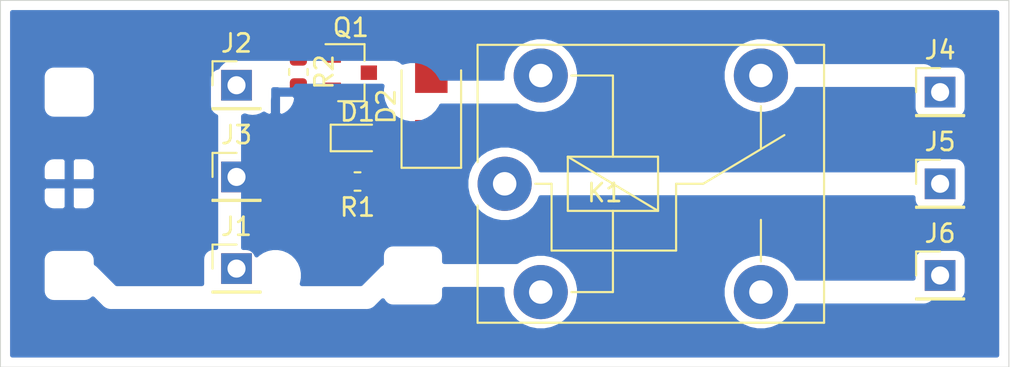
<source format=kicad_pcb>
(kicad_pcb (version 20171130) (host pcbnew 5.1.12-84ad8e8a86~92~ubuntu20.04.1)

  (general
    (thickness 1.6)
    (drawings 4)
    (tracks 0)
    (zones 0)
    (modules 12)
    (nets 10)
  )

  (page A4)
  (layers
    (0 F.Cu signal)
    (31 B.Cu signal)
    (32 B.Adhes user)
    (33 F.Adhes user)
    (34 B.Paste user)
    (35 F.Paste user)
    (36 B.SilkS user)
    (37 F.SilkS user)
    (38 B.Mask user)
    (39 F.Mask user)
    (40 Dwgs.User user)
    (41 Cmts.User user)
    (42 Eco1.User user)
    (43 Eco2.User user)
    (44 Edge.Cuts user)
    (45 Margin user)
    (46 B.CrtYd user)
    (47 F.CrtYd user)
    (48 B.Fab user)
    (49 F.Fab user)
  )

  (setup
    (last_trace_width 0.25)
    (trace_clearance 0.2)
    (zone_clearance 0.508)
    (zone_45_only no)
    (trace_min 0.2)
    (via_size 0.8)
    (via_drill 0.4)
    (via_min_size 0.4)
    (via_min_drill 0.3)
    (uvia_size 0.3)
    (uvia_drill 0.1)
    (uvias_allowed no)
    (uvia_min_size 0.2)
    (uvia_min_drill 0.1)
    (edge_width 0.05)
    (segment_width 0.2)
    (pcb_text_width 0.3)
    (pcb_text_size 1.5 1.5)
    (mod_edge_width 0.12)
    (mod_text_size 1 1)
    (mod_text_width 0.15)
    (pad_size 1.524 1.524)
    (pad_drill 0.762)
    (pad_to_mask_clearance 0.051)
    (solder_mask_min_width 0.25)
    (aux_axis_origin 0 0)
    (visible_elements FFFFFF7F)
    (pcbplotparams
      (layerselection 0x010fc_ffffffff)
      (usegerberextensions false)
      (usegerberattributes false)
      (usegerberadvancedattributes false)
      (creategerberjobfile false)
      (excludeedgelayer true)
      (linewidth 0.100000)
      (plotframeref false)
      (viasonmask false)
      (mode 1)
      (useauxorigin false)
      (hpglpennumber 1)
      (hpglpenspeed 20)
      (hpglpendiameter 15.000000)
      (psnegative false)
      (psa4output false)
      (plotreference true)
      (plotvalue true)
      (plotinvisibletext false)
      (padsonsilk false)
      (subtractmaskfromsilk false)
      (outputformat 1)
      (mirror false)
      (drillshape 1)
      (scaleselection 1)
      (outputdirectory ""))
  )

  (net 0 "")
  (net 1 "Net-(D1-Pad2)")
  (net 2 "Net-(D1-Pad1)")
  (net 3 VIN)
  (net 4 CNTL)
  (net 5 GND)
  (net 6 NC)
  (net 7 COM)
  (net 8 NO)
  (net 9 "Net-(Q1-Pad1)")

  (net_class Default "Это класс цепей по умолчанию."
    (clearance 0.2)
    (trace_width 0.25)
    (via_dia 0.8)
    (via_drill 0.4)
    (uvia_dia 0.3)
    (uvia_drill 0.1)
    (add_net CNTL)
    (add_net COM)
    (add_net GND)
    (add_net NC)
    (add_net NO)
    (add_net "Net-(D1-Pad1)")
    (add_net "Net-(D1-Pad2)")
    (add_net "Net-(Q1-Pad1)")
    (add_net VIN)
  )

  (module Package_TO_SOT_SMD:SOT-23 (layer F.Cu) (tedit 5A02FF57) (tstamp 61C07207)
    (at 113.395 76.393)
    (descr "SOT-23, Standard")
    (tags SOT-23)
    (path /61C0DAC3)
    (attr smd)
    (fp_text reference Q1 (at 0 -2.5) (layer F.SilkS)
      (effects (font (size 1 1) (thickness 0.15)))
    )
    (fp_text value BC817 (at 0 2.5) (layer F.Fab)
      (effects (font (size 1 1) (thickness 0.15)))
    )
    (fp_text user %R (at 0 0 180) (layer F.Fab)
      (effects (font (size 0.5 0.5) (thickness 0.075)))
    )
    (fp_line (start -0.7 -0.95) (end -0.7 1.5) (layer F.Fab) (width 0.1))
    (fp_line (start -0.15 -1.52) (end 0.7 -1.52) (layer F.Fab) (width 0.1))
    (fp_line (start -0.7 -0.95) (end -0.15 -1.52) (layer F.Fab) (width 0.1))
    (fp_line (start 0.7 -1.52) (end 0.7 1.52) (layer F.Fab) (width 0.1))
    (fp_line (start -0.7 1.52) (end 0.7 1.52) (layer F.Fab) (width 0.1))
    (fp_line (start 0.76 1.58) (end 0.76 0.65) (layer F.SilkS) (width 0.12))
    (fp_line (start 0.76 -1.58) (end 0.76 -0.65) (layer F.SilkS) (width 0.12))
    (fp_line (start -1.7 -1.75) (end 1.7 -1.75) (layer F.CrtYd) (width 0.05))
    (fp_line (start 1.7 -1.75) (end 1.7 1.75) (layer F.CrtYd) (width 0.05))
    (fp_line (start 1.7 1.75) (end -1.7 1.75) (layer F.CrtYd) (width 0.05))
    (fp_line (start -1.7 1.75) (end -1.7 -1.75) (layer F.CrtYd) (width 0.05))
    (fp_line (start 0.76 -1.58) (end -1.4 -1.58) (layer F.SilkS) (width 0.12))
    (fp_line (start 0.76 1.58) (end -0.7 1.58) (layer F.SilkS) (width 0.12))
    (pad 3 smd rect (at 1 0) (size 0.9 0.8) (layers F.Cu F.Paste F.Mask)
      (net 2 "Net-(D1-Pad1)"))
    (pad 2 smd rect (at -1 0.95) (size 0.9 0.8) (layers F.Cu F.Paste F.Mask)
      (net 5 GND))
    (pad 1 smd rect (at -1 -0.95) (size 0.9 0.8) (layers F.Cu F.Paste F.Mask)
      (net 9 "Net-(Q1-Pad1)"))
    (model ${KISYS3DMOD}/Package_TO_SOT_SMD.3dshapes/SOT-23.wrl
      (at (xyz 0 0 0))
      (scale (xyz 1 1 1))
      (rotate (xyz 0 0 0))
    )
  )

  (module Diode_SMD:D_SMA (layer F.Cu) (tedit 586432E5) (tstamp 61C0712C)
    (at 117.856 78.264 90)
    (descr "Diode SMA (DO-214AC)")
    (tags "Diode SMA (DO-214AC)")
    (path /5E6710D9)
    (attr smd)
    (fp_text reference D2 (at 0 -2.5 90) (layer F.SilkS)
      (effects (font (size 1 1) (thickness 0.15)))
    )
    (fp_text value SMA4007 (at 0 2.6 90) (layer F.Fab)
      (effects (font (size 1 1) (thickness 0.15)))
    )
    (fp_text user %R (at 0 -2.5 90) (layer F.Fab)
      (effects (font (size 1 1) (thickness 0.15)))
    )
    (fp_line (start -3.4 -1.65) (end -3.4 1.65) (layer F.SilkS) (width 0.12))
    (fp_line (start 2.3 1.5) (end -2.3 1.5) (layer F.Fab) (width 0.1))
    (fp_line (start -2.3 1.5) (end -2.3 -1.5) (layer F.Fab) (width 0.1))
    (fp_line (start 2.3 -1.5) (end 2.3 1.5) (layer F.Fab) (width 0.1))
    (fp_line (start 2.3 -1.5) (end -2.3 -1.5) (layer F.Fab) (width 0.1))
    (fp_line (start -3.5 -1.75) (end 3.5 -1.75) (layer F.CrtYd) (width 0.05))
    (fp_line (start 3.5 -1.75) (end 3.5 1.75) (layer F.CrtYd) (width 0.05))
    (fp_line (start 3.5 1.75) (end -3.5 1.75) (layer F.CrtYd) (width 0.05))
    (fp_line (start -3.5 1.75) (end -3.5 -1.75) (layer F.CrtYd) (width 0.05))
    (fp_line (start -0.64944 0.00102) (end -1.55114 0.00102) (layer F.Fab) (width 0.1))
    (fp_line (start 0.50118 0.00102) (end 1.4994 0.00102) (layer F.Fab) (width 0.1))
    (fp_line (start -0.64944 -0.79908) (end -0.64944 0.80112) (layer F.Fab) (width 0.1))
    (fp_line (start 0.50118 0.75032) (end 0.50118 -0.79908) (layer F.Fab) (width 0.1))
    (fp_line (start -0.64944 0.00102) (end 0.50118 0.75032) (layer F.Fab) (width 0.1))
    (fp_line (start -0.64944 0.00102) (end 0.50118 -0.79908) (layer F.Fab) (width 0.1))
    (fp_line (start -3.4 1.65) (end 2 1.65) (layer F.SilkS) (width 0.12))
    (fp_line (start -3.4 -1.65) (end 2 -1.65) (layer F.SilkS) (width 0.12))
    (pad 2 smd rect (at 2 0 90) (size 2.5 1.8) (layers F.Cu F.Paste F.Mask)
      (net 2 "Net-(D1-Pad1)"))
    (pad 1 smd rect (at -2 0 90) (size 2.5 1.8) (layers F.Cu F.Paste F.Mask)
      (net 3 VIN))
    (model ${KISYS3DMOD}/Diode_SMD.3dshapes/D_SMA.wrl
      (at (xyz 0 0 0))
      (scale (xyz 1 1 1))
      (rotate (xyz 0 0 0))
    )
  )

  (module LED_SMD:LED_0603_1608Metric (layer F.Cu) (tedit 5F68FEF1) (tstamp 61C0730A)
    (at 113.7665 80.01)
    (descr "LED SMD 0603 (1608 Metric), square (rectangular) end terminal, IPC_7351 nominal, (Body size source: http://www.tortai-tech.com/upload/download/2011102023233369053.pdf), generated with kicad-footprint-generator")
    (tags LED)
    (path /5E671D0F)
    (attr smd)
    (fp_text reference D1 (at 0 -1.43) (layer F.SilkS)
      (effects (font (size 1 1) (thickness 0.15)))
    )
    (fp_text value LED (at 0 1.43) (layer F.Fab)
      (effects (font (size 1 1) (thickness 0.15)))
    )
    (fp_text user %R (at 0 0) (layer F.Fab)
      (effects (font (size 0.4 0.4) (thickness 0.06)))
    )
    (fp_line (start 0.8 -0.4) (end -0.5 -0.4) (layer F.Fab) (width 0.1))
    (fp_line (start -0.5 -0.4) (end -0.8 -0.1) (layer F.Fab) (width 0.1))
    (fp_line (start -0.8 -0.1) (end -0.8 0.4) (layer F.Fab) (width 0.1))
    (fp_line (start -0.8 0.4) (end 0.8 0.4) (layer F.Fab) (width 0.1))
    (fp_line (start 0.8 0.4) (end 0.8 -0.4) (layer F.Fab) (width 0.1))
    (fp_line (start 0.8 -0.735) (end -1.485 -0.735) (layer F.SilkS) (width 0.12))
    (fp_line (start -1.485 -0.735) (end -1.485 0.735) (layer F.SilkS) (width 0.12))
    (fp_line (start -1.485 0.735) (end 0.8 0.735) (layer F.SilkS) (width 0.12))
    (fp_line (start -1.48 0.73) (end -1.48 -0.73) (layer F.CrtYd) (width 0.05))
    (fp_line (start -1.48 -0.73) (end 1.48 -0.73) (layer F.CrtYd) (width 0.05))
    (fp_line (start 1.48 -0.73) (end 1.48 0.73) (layer F.CrtYd) (width 0.05))
    (fp_line (start 1.48 0.73) (end -1.48 0.73) (layer F.CrtYd) (width 0.05))
    (pad 2 smd roundrect (at 0.7875 0) (size 0.875 0.95) (layers F.Cu F.Paste F.Mask) (roundrect_rratio 0.25)
      (net 1 "Net-(D1-Pad2)"))
    (pad 1 smd roundrect (at -0.7875 0) (size 0.875 0.95) (layers F.Cu F.Paste F.Mask) (roundrect_rratio 0.25)
      (net 2 "Net-(D1-Pad1)"))
    (model ${KISYS3DMOD}/LED_SMD.3dshapes/LED_0603_1608Metric.wrl
      (at (xyz 0 0 0))
      (scale (xyz 1 1 1))
      (rotate (xyz 0 0 0))
    )
  )

  (module Relay_THT:Relay_SPDT_Finder_36.11 (layer F.Cu) (tedit 5D3F5A07) (tstamp 5E66446D)
    (at 121.92 82.55)
    (descr "FINDER 36.11, SPDT relay, 10A, https://gfinder.findernet.com/public/attachments/36/EN/S36EN.pdf")
    (tags "spdt relay")
    (path /5E6F7807)
    (fp_text reference K1 (at 5.55 0.5) (layer F.SilkS)
      (effects (font (size 1 1) (thickness 0.15)))
    )
    (fp_text value FINDER-34.51.7xxx.x019 (at 8.75 2.2) (layer F.Fab)
      (effects (font (size 1 1) (thickness 0.15)))
    )
    (fp_line (start -1.5 1.2) (end -1.5 7.7) (layer F.SilkS) (width 0.12))
    (fp_line (start -1.5 -7.7) (end -1.5 -1.2) (layer F.SilkS) (width 0.12))
    (fp_line (start -1.5 -7.7) (end 17.7 -7.7) (layer F.SilkS) (width 0.12))
    (fp_line (start 17.7 -7.7) (end 17.7 7.7) (layer F.SilkS) (width 0.12))
    (fp_line (start 17.7 7.7) (end -1.5 7.7) (layer F.SilkS) (width 0.12))
    (fp_line (start -1.4 -7.6) (end 17.6 -7.6) (layer F.Fab) (width 0.1))
    (fp_line (start 17.6 -7.6) (end 17.6 7.6) (layer F.Fab) (width 0.1))
    (fp_line (start 17.6 7.6) (end -1.4 7.6) (layer F.Fab) (width 0.1))
    (fp_line (start -1.4 7.6) (end -1.4 -7.6) (layer F.Fab) (width 0.1))
    (fp_line (start 17.85 -7.85) (end -1.75 -7.85) (layer F.CrtYd) (width 0.05))
    (fp_line (start -1.75 7.85) (end -1.75 -7.85) (layer F.CrtYd) (width 0.05))
    (fp_line (start 17.85 -7.85) (end 17.85 7.85) (layer F.CrtYd) (width 0.05))
    (fp_line (start -1.75 7.85) (end 17.85 7.85) (layer F.CrtYd) (width 0.05))
    (fp_line (start 14.2 4.3) (end 14.2 2) (layer F.SilkS) (width 0.12))
    (fp_line (start 14.2 -4.3) (end 14.2 -2) (layer F.SilkS) (width 0.12))
    (fp_line (start 3.7 6) (end 6 6) (layer F.SilkS) (width 0.12))
    (fp_line (start 2.6 0) (end 1.7 0) (layer F.SilkS) (width 0.12))
    (fp_line (start 6 -6) (end 3.7 -6) (layer F.SilkS) (width 0.12))
    (fp_line (start 9.5 0) (end 11 0) (layer F.SilkS) (width 0.12))
    (fp_line (start 11 0) (end 15.5 -2.7) (layer F.SilkS) (width 0.12))
    (fp_line (start 9.5 3.7) (end 2.6 3.7) (layer F.SilkS) (width 0.12))
    (fp_line (start 9.5 0) (end 9.5 3.7) (layer F.SilkS) (width 0.12))
    (fp_line (start 2.6 0) (end 2.6 3.7) (layer F.SilkS) (width 0.12))
    (fp_line (start 6 -6) (end 6 -1.5) (layer F.SilkS) (width 0.12))
    (fp_line (start 6 1.5) (end 6 6) (layer F.SilkS) (width 0.12))
    (fp_line (start 8.5 1.5) (end 3.5 -1.5) (layer F.SilkS) (width 0.12))
    (fp_line (start 3.5 1.5) (end 3.5 -1.5) (layer F.SilkS) (width 0.12))
    (fp_line (start 3.5 -1.5) (end 8.5 -1.5) (layer F.SilkS) (width 0.12))
    (fp_line (start 8.5 -1.5) (end 8.5 1.5) (layer F.SilkS) (width 0.12))
    (fp_line (start 8.5 1.5) (end 3.5 1.5) (layer F.SilkS) (width 0.12))
    (fp_text user %R (at 9.85 -7.4) (layer F.Fab)
      (effects (font (size 1 1) (thickness 0.15)))
    )
    (pad 11 thru_hole circle (at 0 0) (size 3 3) (drill 1.3) (layers *.Cu *.Mask)
      (net 7 COM))
    (pad A2 thru_hole circle (at 2 -6) (size 3 3) (drill 1.3) (layers *.Cu *.Mask)
      (net 2 "Net-(D1-Pad1)"))
    (pad 12 thru_hole circle (at 14.2 -6) (size 3 3) (drill 1.3) (layers *.Cu *.Mask)
      (net 6 NC))
    (pad 14 thru_hole circle (at 14.2 6) (size 3 3) (drill 1.3) (layers *.Cu *.Mask)
      (net 8 NO))
    (pad A1 thru_hole circle (at 2 6) (size 3 3) (drill 1.3) (layers *.Cu *.Mask)
      (net 3 VIN))
    (model ${KISYS3DMOD}/Relay_THT.3dshapes/Relay_SPDT_Finder_36.11.wrl
      (at (xyz 0 0 0))
      (scale (xyz 1 1 1))
      (rotate (xyz 0 0 0))
    )
  )

  (module Resistor_SMD:R_0603_1608Metric (layer F.Cu) (tedit 5B301BBD) (tstamp 5E6644A1)
    (at 110.49 76.3525 270)
    (descr "Resistor SMD 0603 (1608 Metric), square (rectangular) end terminal, IPC_7351 nominal, (Body size source: http://www.tortai-tech.com/upload/download/2011102023233369053.pdf), generated with kicad-footprint-generator")
    (tags resistor)
    (path /5E674744)
    (attr smd)
    (fp_text reference R2 (at 0 -1.43 90) (layer F.SilkS)
      (effects (font (size 1 1) (thickness 0.15)))
    )
    (fp_text value 1k (at 0 1.43 90) (layer F.Fab)
      (effects (font (size 1 1) (thickness 0.15)))
    )
    (fp_line (start -0.8 0.4) (end -0.8 -0.4) (layer F.Fab) (width 0.1))
    (fp_line (start -0.8 -0.4) (end 0.8 -0.4) (layer F.Fab) (width 0.1))
    (fp_line (start 0.8 -0.4) (end 0.8 0.4) (layer F.Fab) (width 0.1))
    (fp_line (start 0.8 0.4) (end -0.8 0.4) (layer F.Fab) (width 0.1))
    (fp_line (start -0.162779 -0.51) (end 0.162779 -0.51) (layer F.SilkS) (width 0.12))
    (fp_line (start -0.162779 0.51) (end 0.162779 0.51) (layer F.SilkS) (width 0.12))
    (fp_line (start -1.48 0.73) (end -1.48 -0.73) (layer F.CrtYd) (width 0.05))
    (fp_line (start -1.48 -0.73) (end 1.48 -0.73) (layer F.CrtYd) (width 0.05))
    (fp_line (start 1.48 -0.73) (end 1.48 0.73) (layer F.CrtYd) (width 0.05))
    (fp_line (start 1.48 0.73) (end -1.48 0.73) (layer F.CrtYd) (width 0.05))
    (fp_text user %R (at 0 0 90) (layer F.Fab)
      (effects (font (size 0.4 0.4) (thickness 0.06)))
    )
    (pad 2 smd roundrect (at 0.7875 0 270) (size 0.875 0.95) (layers F.Cu F.Paste F.Mask) (roundrect_rratio 0.25)
      (net 4 CNTL))
    (pad 1 smd roundrect (at -0.7875 0 270) (size 0.875 0.95) (layers F.Cu F.Paste F.Mask) (roundrect_rratio 0.25)
      (net 9 "Net-(Q1-Pad1)"))
    (model ${KISYS3DMOD}/Resistor_SMD.3dshapes/R_0603_1608Metric.wrl
      (at (xyz 0 0 0))
      (scale (xyz 1 1 1))
      (rotate (xyz 0 0 0))
    )
  )

  (module Resistor_SMD:R_0603_1608Metric (layer F.Cu) (tedit 5B301BBD) (tstamp 61C07505)
    (at 113.7665 82.423 180)
    (descr "Resistor SMD 0603 (1608 Metric), square (rectangular) end terminal, IPC_7351 nominal, (Body size source: http://www.tortai-tech.com/upload/download/2011102023233369053.pdf), generated with kicad-footprint-generator")
    (tags resistor)
    (path /5E671853)
    (attr smd)
    (fp_text reference R1 (at 0 -1.43) (layer F.SilkS)
      (effects (font (size 1 1) (thickness 0.15)))
    )
    (fp_text value 300 (at 0 1.43) (layer F.Fab)
      (effects (font (size 1 1) (thickness 0.15)))
    )
    (fp_line (start -0.8 0.4) (end -0.8 -0.4) (layer F.Fab) (width 0.1))
    (fp_line (start -0.8 -0.4) (end 0.8 -0.4) (layer F.Fab) (width 0.1))
    (fp_line (start 0.8 -0.4) (end 0.8 0.4) (layer F.Fab) (width 0.1))
    (fp_line (start 0.8 0.4) (end -0.8 0.4) (layer F.Fab) (width 0.1))
    (fp_line (start -0.162779 -0.51) (end 0.162779 -0.51) (layer F.SilkS) (width 0.12))
    (fp_line (start -0.162779 0.51) (end 0.162779 0.51) (layer F.SilkS) (width 0.12))
    (fp_line (start -1.48 0.73) (end -1.48 -0.73) (layer F.CrtYd) (width 0.05))
    (fp_line (start -1.48 -0.73) (end 1.48 -0.73) (layer F.CrtYd) (width 0.05))
    (fp_line (start 1.48 -0.73) (end 1.48 0.73) (layer F.CrtYd) (width 0.05))
    (fp_line (start 1.48 0.73) (end -1.48 0.73) (layer F.CrtYd) (width 0.05))
    (fp_text user %R (at 0 0) (layer F.Fab)
      (effects (font (size 0.4 0.4) (thickness 0.06)))
    )
    (pad 2 smd roundrect (at 0.7875 0 180) (size 0.875 0.95) (layers F.Cu F.Paste F.Mask) (roundrect_rratio 0.25)
      (net 1 "Net-(D1-Pad2)"))
    (pad 1 smd roundrect (at -0.7875 0 180) (size 0.875 0.95) (layers F.Cu F.Paste F.Mask) (roundrect_rratio 0.25)
      (net 3 VIN))
    (model ${KISYS3DMOD}/Resistor_SMD.3dshapes/R_0603_1608Metric.wrl
      (at (xyz 0 0 0))
      (scale (xyz 1 1 1))
      (rotate (xyz 0 0 0))
    )
  )

  (module Connector_PinHeader_2.54mm:PinHeader_1x01_P2.54mm_Vertical (layer F.Cu) (tedit 59FED5CC) (tstamp 5E664D15)
    (at 146.05 87.63)
    (descr "Through hole straight pin header, 1x01, 2.54mm pitch, single row")
    (tags "Through hole pin header THT 1x01 2.54mm single row")
    (path /5E6659AF)
    (fp_text reference J6 (at 0 -2.33) (layer F.SilkS)
      (effects (font (size 1 1) (thickness 0.15)))
    )
    (fp_text value Conn_01x01 (at 0 2.33) (layer F.Fab)
      (effects (font (size 1 1) (thickness 0.15)))
    )
    (fp_line (start -0.635 -1.27) (end 1.27 -1.27) (layer F.Fab) (width 0.1))
    (fp_line (start 1.27 -1.27) (end 1.27 1.27) (layer F.Fab) (width 0.1))
    (fp_line (start 1.27 1.27) (end -1.27 1.27) (layer F.Fab) (width 0.1))
    (fp_line (start -1.27 1.27) (end -1.27 -0.635) (layer F.Fab) (width 0.1))
    (fp_line (start -1.27 -0.635) (end -0.635 -1.27) (layer F.Fab) (width 0.1))
    (fp_line (start -1.33 1.33) (end 1.33 1.33) (layer F.SilkS) (width 0.12))
    (fp_line (start -1.33 1.27) (end -1.33 1.33) (layer F.SilkS) (width 0.12))
    (fp_line (start 1.33 1.27) (end 1.33 1.33) (layer F.SilkS) (width 0.12))
    (fp_line (start -1.33 1.27) (end 1.33 1.27) (layer F.SilkS) (width 0.12))
    (fp_line (start -1.33 0) (end -1.33 -1.33) (layer F.SilkS) (width 0.12))
    (fp_line (start -1.33 -1.33) (end 0 -1.33) (layer F.SilkS) (width 0.12))
    (fp_line (start -1.8 -1.8) (end -1.8 1.8) (layer F.CrtYd) (width 0.05))
    (fp_line (start -1.8 1.8) (end 1.8 1.8) (layer F.CrtYd) (width 0.05))
    (fp_line (start 1.8 1.8) (end 1.8 -1.8) (layer F.CrtYd) (width 0.05))
    (fp_line (start 1.8 -1.8) (end -1.8 -1.8) (layer F.CrtYd) (width 0.05))
    (fp_text user %R (at 0 0 90) (layer F.Fab)
      (effects (font (size 1 1) (thickness 0.15)))
    )
    (pad 1 thru_hole rect (at 0 0) (size 1.7 1.7) (drill 1) (layers *.Cu *.Mask)
      (net 8 NO))
    (model ${KISYS3DMOD}/Connector_PinHeader_2.54mm.3dshapes/PinHeader_1x01_P2.54mm_Vertical.wrl
      (at (xyz 0 0 0))
      (scale (xyz 1 1 1))
      (rotate (xyz 0 0 0))
    )
  )

  (module Connector_PinHeader_2.54mm:PinHeader_1x01_P2.54mm_Vertical (layer F.Cu) (tedit 59FED5CC) (tstamp 5E66443B)
    (at 146.05 82.55)
    (descr "Through hole straight pin header, 1x01, 2.54mm pitch, single row")
    (tags "Through hole pin header THT 1x01 2.54mm single row")
    (path /5E6657E0)
    (fp_text reference J5 (at 0 -2.33) (layer F.SilkS)
      (effects (font (size 1 1) (thickness 0.15)))
    )
    (fp_text value Conn_01x01 (at 0 2.33) (layer F.Fab)
      (effects (font (size 1 1) (thickness 0.15)))
    )
    (fp_line (start -0.635 -1.27) (end 1.27 -1.27) (layer F.Fab) (width 0.1))
    (fp_line (start 1.27 -1.27) (end 1.27 1.27) (layer F.Fab) (width 0.1))
    (fp_line (start 1.27 1.27) (end -1.27 1.27) (layer F.Fab) (width 0.1))
    (fp_line (start -1.27 1.27) (end -1.27 -0.635) (layer F.Fab) (width 0.1))
    (fp_line (start -1.27 -0.635) (end -0.635 -1.27) (layer F.Fab) (width 0.1))
    (fp_line (start -1.33 1.33) (end 1.33 1.33) (layer F.SilkS) (width 0.12))
    (fp_line (start -1.33 1.27) (end -1.33 1.33) (layer F.SilkS) (width 0.12))
    (fp_line (start 1.33 1.27) (end 1.33 1.33) (layer F.SilkS) (width 0.12))
    (fp_line (start -1.33 1.27) (end 1.33 1.27) (layer F.SilkS) (width 0.12))
    (fp_line (start -1.33 0) (end -1.33 -1.33) (layer F.SilkS) (width 0.12))
    (fp_line (start -1.33 -1.33) (end 0 -1.33) (layer F.SilkS) (width 0.12))
    (fp_line (start -1.8 -1.8) (end -1.8 1.8) (layer F.CrtYd) (width 0.05))
    (fp_line (start -1.8 1.8) (end 1.8 1.8) (layer F.CrtYd) (width 0.05))
    (fp_line (start 1.8 1.8) (end 1.8 -1.8) (layer F.CrtYd) (width 0.05))
    (fp_line (start 1.8 -1.8) (end -1.8 -1.8) (layer F.CrtYd) (width 0.05))
    (fp_text user %R (at 0 0 90) (layer F.Fab)
      (effects (font (size 1 1) (thickness 0.15)))
    )
    (pad 1 thru_hole rect (at 0 0) (size 1.7 1.7) (drill 1) (layers *.Cu *.Mask)
      (net 7 COM))
    (model ${KISYS3DMOD}/Connector_PinHeader_2.54mm.3dshapes/PinHeader_1x01_P2.54mm_Vertical.wrl
      (at (xyz 0 0 0))
      (scale (xyz 1 1 1))
      (rotate (xyz 0 0 0))
    )
  )

  (module Connector_PinHeader_2.54mm:PinHeader_1x01_P2.54mm_Vertical (layer F.Cu) (tedit 59FED5CC) (tstamp 5E664C70)
    (at 146.05 77.47)
    (descr "Through hole straight pin header, 1x01, 2.54mm pitch, single row")
    (tags "Through hole pin header THT 1x01 2.54mm single row")
    (path /5E6655FD)
    (fp_text reference J4 (at 0 -2.33) (layer F.SilkS)
      (effects (font (size 1 1) (thickness 0.15)))
    )
    (fp_text value Conn_01x01 (at 0 2.33) (layer F.Fab)
      (effects (font (size 1 1) (thickness 0.15)))
    )
    (fp_line (start -0.635 -1.27) (end 1.27 -1.27) (layer F.Fab) (width 0.1))
    (fp_line (start 1.27 -1.27) (end 1.27 1.27) (layer F.Fab) (width 0.1))
    (fp_line (start 1.27 1.27) (end -1.27 1.27) (layer F.Fab) (width 0.1))
    (fp_line (start -1.27 1.27) (end -1.27 -0.635) (layer F.Fab) (width 0.1))
    (fp_line (start -1.27 -0.635) (end -0.635 -1.27) (layer F.Fab) (width 0.1))
    (fp_line (start -1.33 1.33) (end 1.33 1.33) (layer F.SilkS) (width 0.12))
    (fp_line (start -1.33 1.27) (end -1.33 1.33) (layer F.SilkS) (width 0.12))
    (fp_line (start 1.33 1.27) (end 1.33 1.33) (layer F.SilkS) (width 0.12))
    (fp_line (start -1.33 1.27) (end 1.33 1.27) (layer F.SilkS) (width 0.12))
    (fp_line (start -1.33 0) (end -1.33 -1.33) (layer F.SilkS) (width 0.12))
    (fp_line (start -1.33 -1.33) (end 0 -1.33) (layer F.SilkS) (width 0.12))
    (fp_line (start -1.8 -1.8) (end -1.8 1.8) (layer F.CrtYd) (width 0.05))
    (fp_line (start -1.8 1.8) (end 1.8 1.8) (layer F.CrtYd) (width 0.05))
    (fp_line (start 1.8 1.8) (end 1.8 -1.8) (layer F.CrtYd) (width 0.05))
    (fp_line (start 1.8 -1.8) (end -1.8 -1.8) (layer F.CrtYd) (width 0.05))
    (fp_text user %R (at 0 0 90) (layer F.Fab)
      (effects (font (size 1 1) (thickness 0.15)))
    )
    (pad 1 thru_hole rect (at 0 0) (size 1.7 1.7) (drill 1) (layers *.Cu *.Mask)
      (net 6 NC))
    (model ${KISYS3DMOD}/Connector_PinHeader_2.54mm.3dshapes/PinHeader_1x01_P2.54mm_Vertical.wrl
      (at (xyz 0 0 0))
      (scale (xyz 1 1 1))
      (rotate (xyz 0 0 0))
    )
  )

  (module Connector_PinHeader_2.54mm:PinHeader_1x01_P2.54mm_Vertical (layer F.Cu) (tedit 59FED5CC) (tstamp 5E664411)
    (at 107.061 82.169)
    (descr "Through hole straight pin header, 1x01, 2.54mm pitch, single row")
    (tags "Through hole pin header THT 1x01 2.54mm single row")
    (path /5E663C11)
    (fp_text reference J3 (at 0 -2.33) (layer F.SilkS)
      (effects (font (size 1 1) (thickness 0.15)))
    )
    (fp_text value Conn_01x01 (at 0 2.33) (layer F.Fab)
      (effects (font (size 1 1) (thickness 0.15)))
    )
    (fp_line (start -0.635 -1.27) (end 1.27 -1.27) (layer F.Fab) (width 0.1))
    (fp_line (start 1.27 -1.27) (end 1.27 1.27) (layer F.Fab) (width 0.1))
    (fp_line (start 1.27 1.27) (end -1.27 1.27) (layer F.Fab) (width 0.1))
    (fp_line (start -1.27 1.27) (end -1.27 -0.635) (layer F.Fab) (width 0.1))
    (fp_line (start -1.27 -0.635) (end -0.635 -1.27) (layer F.Fab) (width 0.1))
    (fp_line (start -1.33 1.33) (end 1.33 1.33) (layer F.SilkS) (width 0.12))
    (fp_line (start -1.33 1.27) (end -1.33 1.33) (layer F.SilkS) (width 0.12))
    (fp_line (start 1.33 1.27) (end 1.33 1.33) (layer F.SilkS) (width 0.12))
    (fp_line (start -1.33 1.27) (end 1.33 1.27) (layer F.SilkS) (width 0.12))
    (fp_line (start -1.33 0) (end -1.33 -1.33) (layer F.SilkS) (width 0.12))
    (fp_line (start -1.33 -1.33) (end 0 -1.33) (layer F.SilkS) (width 0.12))
    (fp_line (start -1.8 -1.8) (end -1.8 1.8) (layer F.CrtYd) (width 0.05))
    (fp_line (start -1.8 1.8) (end 1.8 1.8) (layer F.CrtYd) (width 0.05))
    (fp_line (start 1.8 1.8) (end 1.8 -1.8) (layer F.CrtYd) (width 0.05))
    (fp_line (start 1.8 -1.8) (end -1.8 -1.8) (layer F.CrtYd) (width 0.05))
    (fp_text user %R (at 0.929999 0.169999 90) (layer F.Fab)
      (effects (font (size 1 1) (thickness 0.15)))
    )
    (pad 1 thru_hole rect (at 0 0) (size 1.7 1.7) (drill 1) (layers *.Cu *.Mask)
      (net 5 GND))
    (model ${KISYS3DMOD}/Connector_PinHeader_2.54mm.3dshapes/PinHeader_1x01_P2.54mm_Vertical.wrl
      (at (xyz 0 0 0))
      (scale (xyz 1 1 1))
      (rotate (xyz 0 0 0))
    )
  )

  (module Connector_PinHeader_2.54mm:PinHeader_1x01_P2.54mm_Vertical (layer F.Cu) (tedit 59FED5CC) (tstamp 5E664A5A)
    (at 107.061 77.089)
    (descr "Through hole straight pin header, 1x01, 2.54mm pitch, single row")
    (tags "Through hole pin header THT 1x01 2.54mm single row")
    (path /5E663822)
    (fp_text reference J2 (at 0 -2.33) (layer F.SilkS)
      (effects (font (size 1 1) (thickness 0.15)))
    )
    (fp_text value Conn_01x01 (at 0 2.33) (layer F.Fab)
      (effects (font (size 1 1) (thickness 0.15)))
    )
    (fp_line (start -0.635 -1.27) (end 1.27 -1.27) (layer F.Fab) (width 0.1))
    (fp_line (start 1.27 -1.27) (end 1.27 1.27) (layer F.Fab) (width 0.1))
    (fp_line (start 1.27 1.27) (end -1.27 1.27) (layer F.Fab) (width 0.1))
    (fp_line (start -1.27 1.27) (end -1.27 -0.635) (layer F.Fab) (width 0.1))
    (fp_line (start -1.27 -0.635) (end -0.635 -1.27) (layer F.Fab) (width 0.1))
    (fp_line (start -1.33 1.33) (end 1.33 1.33) (layer F.SilkS) (width 0.12))
    (fp_line (start -1.33 1.27) (end -1.33 1.33) (layer F.SilkS) (width 0.12))
    (fp_line (start 1.33 1.27) (end 1.33 1.33) (layer F.SilkS) (width 0.12))
    (fp_line (start -1.33 1.27) (end 1.33 1.27) (layer F.SilkS) (width 0.12))
    (fp_line (start -1.33 0) (end -1.33 -1.33) (layer F.SilkS) (width 0.12))
    (fp_line (start -1.33 -1.33) (end 0 -1.33) (layer F.SilkS) (width 0.12))
    (fp_line (start -1.8 -1.8) (end -1.8 1.8) (layer F.CrtYd) (width 0.05))
    (fp_line (start -1.8 1.8) (end 1.8 1.8) (layer F.CrtYd) (width 0.05))
    (fp_line (start 1.8 1.8) (end 1.8 -1.8) (layer F.CrtYd) (width 0.05))
    (fp_line (start 1.8 -1.8) (end -1.8 -1.8) (layer F.CrtYd) (width 0.05))
    (fp_text user %R (at 0 0 90) (layer F.Fab)
      (effects (font (size 1 1) (thickness 0.15)))
    )
    (pad 1 thru_hole rect (at 0 0) (size 1.7 1.7) (drill 1) (layers *.Cu *.Mask)
      (net 4 CNTL))
    (model ${KISYS3DMOD}/Connector_PinHeader_2.54mm.3dshapes/PinHeader_1x01_P2.54mm_Vertical.wrl
      (at (xyz 0 0 0))
      (scale (xyz 1 1 1))
      (rotate (xyz 0 0 0))
    )
  )

  (module Connector_PinHeader_2.54mm:PinHeader_1x01_P2.54mm_Vertical (layer F.Cu) (tedit 59FED5CC) (tstamp 5E6643E7)
    (at 107.061 87.249)
    (descr "Through hole straight pin header, 1x01, 2.54mm pitch, single row")
    (tags "Through hole pin header THT 1x01 2.54mm single row")
    (path /5E661DFD)
    (fp_text reference J1 (at 0 -2.33) (layer F.SilkS)
      (effects (font (size 1 1) (thickness 0.15)))
    )
    (fp_text value Conn_01x01 (at 0 2.33) (layer F.Fab)
      (effects (font (size 1 1) (thickness 0.15)))
    )
    (fp_line (start -0.635 -1.27) (end 1.27 -1.27) (layer F.Fab) (width 0.1))
    (fp_line (start 1.27 -1.27) (end 1.27 1.27) (layer F.Fab) (width 0.1))
    (fp_line (start 1.27 1.27) (end -1.27 1.27) (layer F.Fab) (width 0.1))
    (fp_line (start -1.27 1.27) (end -1.27 -0.635) (layer F.Fab) (width 0.1))
    (fp_line (start -1.27 -0.635) (end -0.635 -1.27) (layer F.Fab) (width 0.1))
    (fp_line (start -1.33 1.33) (end 1.33 1.33) (layer F.SilkS) (width 0.12))
    (fp_line (start -1.33 1.27) (end -1.33 1.33) (layer F.SilkS) (width 0.12))
    (fp_line (start 1.33 1.27) (end 1.33 1.33) (layer F.SilkS) (width 0.12))
    (fp_line (start -1.33 1.27) (end 1.33 1.27) (layer F.SilkS) (width 0.12))
    (fp_line (start -1.33 0) (end -1.33 -1.33) (layer F.SilkS) (width 0.12))
    (fp_line (start -1.33 -1.33) (end 0 -1.33) (layer F.SilkS) (width 0.12))
    (fp_line (start -1.8 -1.8) (end -1.8 1.8) (layer F.CrtYd) (width 0.05))
    (fp_line (start -1.8 1.8) (end 1.8 1.8) (layer F.CrtYd) (width 0.05))
    (fp_line (start 1.8 1.8) (end 1.8 -1.8) (layer F.CrtYd) (width 0.05))
    (fp_line (start 1.8 -1.8) (end -1.8 -1.8) (layer F.CrtYd) (width 0.05))
    (fp_text user %R (at 0 0 90) (layer F.Fab)
      (effects (font (size 1 1) (thickness 0.15)))
    )
    (pad 1 thru_hole rect (at 0 0) (size 1.7 1.7) (drill 1) (layers *.Cu *.Mask)
      (net 3 VIN))
    (model ${KISYS3DMOD}/Connector_PinHeader_2.54mm.3dshapes/PinHeader_1x01_P2.54mm_Vertical.wrl
      (at (xyz 0 0 0))
      (scale (xyz 1 1 1))
      (rotate (xyz 0 0 0))
    )
  )

  (gr_line (start 93.98 92.71) (end 93.98 72.39) (layer Edge.Cuts) (width 0.05) (tstamp 5E664D88))
  (gr_line (start 149.86 92.71) (end 93.98 92.71) (layer Edge.Cuts) (width 0.05))
  (gr_line (start 149.86 72.39) (end 149.86 92.71) (layer Edge.Cuts) (width 0.05))
  (gr_line (start 93.98 72.39) (end 149.86 72.39) (layer Edge.Cuts) (width 0.05))

  (zone (net 5) (net_name GND) (layer B.Cu) (tstamp 0) (hatch edge 0.508)
    (connect_pads (clearance 0.508))
    (min_thickness 0.254)
    (fill yes (arc_segments 32) (thermal_gap 0.508) (thermal_bridge_width 0.508))
    (polygon
      (pts
        (xy 149.86 92.71) (xy 93.98 92.71) (xy 93.98 72.39) (xy 149.86 72.39)
      )
    )
    (filled_polygon
      (pts
        (xy 149.200001 92.05) (xy 94.64 92.05) (xy 94.64 86.78) (xy 96.301928 86.78) (xy 96.301928 88.48)
        (xy 96.314188 88.604482) (xy 96.350498 88.72418) (xy 96.409463 88.834494) (xy 96.488815 88.931185) (xy 96.585506 89.010537)
        (xy 96.69582 89.069502) (xy 96.815518 89.105812) (xy 96.94 89.118072) (xy 98.64 89.118072) (xy 98.764482 89.105812)
        (xy 98.88418 89.069502) (xy 98.994494 89.010537) (xy 99.091185 88.931185) (xy 99.102543 88.917345) (xy 99.551202 89.366004)
        (xy 99.575 89.395002) (xy 99.603998 89.4188) (xy 99.690724 89.489975) (xy 99.822754 89.560547) (xy 99.966015 89.604004)
        (xy 100.077668 89.615001) (xy 100.077677 89.615001) (xy 100.115 89.618677) (xy 100.152323 89.615001) (xy 114.227677 89.615001)
        (xy 114.264999 89.618677) (xy 114.302321 89.615001) (xy 114.302332 89.615001) (xy 114.413985 89.604004) (xy 114.557246 89.560547)
        (xy 114.689275 89.489975) (xy 114.805 89.395002) (xy 114.828803 89.365998) (xy 115.174924 89.019877) (xy 115.209463 89.084494)
        (xy 115.288815 89.181185) (xy 115.385506 89.260537) (xy 115.49582 89.319502) (xy 115.615518 89.355812) (xy 115.74 89.368072)
        (xy 117.94 89.368072) (xy 118.064482 89.355812) (xy 118.18418 89.319502) (xy 118.294494 89.260537) (xy 118.391185 89.181185)
        (xy 118.470537 89.084494) (xy 118.529502 88.97418) (xy 118.565812 88.854482) (xy 118.578072 88.73) (xy 118.578072 88.39)
        (xy 121.785 88.39) (xy 121.785 88.760279) (xy 121.867047 89.172756) (xy 122.027988 89.561302) (xy 122.261637 89.910983)
        (xy 122.559017 90.208363) (xy 122.908698 90.442012) (xy 123.297244 90.602953) (xy 123.709721 90.685) (xy 124.130279 90.685)
        (xy 124.542756 90.602953) (xy 124.931302 90.442012) (xy 125.280983 90.208363) (xy 125.578363 89.910983) (xy 125.812012 89.561302)
        (xy 125.972953 89.172756) (xy 126.055 88.760279) (xy 126.055 88.339721) (xy 133.985 88.339721) (xy 133.985 88.760279)
        (xy 134.067047 89.172756) (xy 134.227988 89.561302) (xy 134.461637 89.910983) (xy 134.759017 90.208363) (xy 135.108698 90.442012)
        (xy 135.497244 90.602953) (xy 135.909721 90.685) (xy 136.330279 90.685) (xy 136.742756 90.602953) (xy 137.131302 90.442012)
        (xy 137.480983 90.208363) (xy 137.778363 89.910983) (xy 138.012012 89.561302) (xy 138.116105 89.31) (xy 145.092678 89.31)
        (xy 145.13 89.313676) (xy 145.167322 89.31) (xy 145.167333 89.31) (xy 145.278986 89.299003) (xy 145.422247 89.255546)
        (xy 145.554276 89.184974) (xy 145.635796 89.118072) (xy 146.9 89.118072) (xy 147.024482 89.105812) (xy 147.14418 89.069502)
        (xy 147.254494 89.010537) (xy 147.351185 88.931185) (xy 147.430537 88.834494) (xy 147.489502 88.72418) (xy 147.525812 88.604482)
        (xy 147.538072 88.48) (xy 147.538072 86.78) (xy 147.525812 86.655518) (xy 147.489502 86.53582) (xy 147.430537 86.425506)
        (xy 147.351185 86.328815) (xy 147.254494 86.249463) (xy 147.14418 86.190498) (xy 147.024482 86.154188) (xy 146.9 86.141928)
        (xy 145.2 86.141928) (xy 145.075518 86.154188) (xy 144.95582 86.190498) (xy 144.845506 86.249463) (xy 144.748815 86.328815)
        (xy 144.669463 86.425506) (xy 144.610498 86.53582) (xy 144.574188 86.655518) (xy 144.561928 86.78) (xy 144.561928 87.79)
        (xy 138.116105 87.79) (xy 138.012012 87.538698) (xy 137.778363 87.189017) (xy 137.480983 86.891637) (xy 137.131302 86.657988)
        (xy 136.742756 86.497047) (xy 136.330279 86.415) (xy 135.909721 86.415) (xy 135.497244 86.497047) (xy 135.108698 86.657988)
        (xy 134.759017 86.891637) (xy 134.461637 87.189017) (xy 134.227988 87.538698) (xy 134.067047 87.927244) (xy 133.985 88.339721)
        (xy 126.055 88.339721) (xy 125.972953 87.927244) (xy 125.812012 87.538698) (xy 125.578363 87.189017) (xy 125.280983 86.891637)
        (xy 124.931302 86.657988) (xy 124.542756 86.497047) (xy 124.130279 86.415) (xy 123.709721 86.415) (xy 123.297244 86.497047)
        (xy 122.908698 86.657988) (xy 122.591399 86.87) (xy 118.578072 86.87) (xy 118.578072 86.53) (xy 118.565812 86.405518)
        (xy 118.529502 86.28582) (xy 118.470537 86.175506) (xy 118.391185 86.078815) (xy 118.294494 85.999463) (xy 118.18418 85.940498)
        (xy 118.064482 85.904188) (xy 117.94 85.891928) (xy 115.74 85.891928) (xy 115.615518 85.904188) (xy 115.49582 85.940498)
        (xy 115.385506 85.999463) (xy 115.288815 86.078815) (xy 115.209463 86.175506) (xy 115.150498 86.28582) (xy 115.114188 86.405518)
        (xy 115.101928 86.53) (xy 115.101928 86.975674) (xy 115.065723 86.995026) (xy 114.982083 87.063668) (xy 114.949999 87.089999)
        (xy 114.926201 87.118997) (xy 113.950198 88.095001) (xy 110.688862 88.095001) (xy 110.696011 88.077743) (xy 110.755 87.781184)
        (xy 110.755 87.478816) (xy 110.696011 87.182257) (xy 110.580299 86.902905) (xy 110.412312 86.651495) (xy 110.198505 86.437688)
        (xy 109.947095 86.269701) (xy 109.667743 86.153989) (xy 109.371184 86.095) (xy 109.068816 86.095) (xy 108.772257 86.153989)
        (xy 108.492905 86.269701) (xy 108.241495 86.437688) (xy 108.175056 86.504127) (xy 108.169502 86.48582) (xy 108.110537 86.375506)
        (xy 108.031185 86.278815) (xy 107.934494 86.199463) (xy 107.82418 86.140498) (xy 107.704482 86.104188) (xy 107.58 86.091928)
        (xy 107.44 86.091928) (xy 107.44 82.339721) (xy 119.785 82.339721) (xy 119.785 82.760279) (xy 119.867047 83.172756)
        (xy 120.027988 83.561302) (xy 120.261637 83.910983) (xy 120.559017 84.208363) (xy 120.908698 84.442012) (xy 121.297244 84.602953)
        (xy 121.709721 84.685) (xy 122.130279 84.685) (xy 122.542756 84.602953) (xy 122.931302 84.442012) (xy 123.280983 84.208363)
        (xy 123.578363 83.910983) (xy 123.812012 83.561302) (xy 123.916105 83.31) (xy 144.561928 83.31) (xy 144.561928 83.4)
        (xy 144.574188 83.524482) (xy 144.610498 83.64418) (xy 144.669463 83.754494) (xy 144.748815 83.851185) (xy 144.845506 83.930537)
        (xy 144.95582 83.989502) (xy 145.075518 84.025812) (xy 145.2 84.038072) (xy 146.9 84.038072) (xy 147.024482 84.025812)
        (xy 147.14418 83.989502) (xy 147.254494 83.930537) (xy 147.351185 83.851185) (xy 147.430537 83.754494) (xy 147.489502 83.64418)
        (xy 147.525812 83.524482) (xy 147.538072 83.4) (xy 147.538072 81.7) (xy 147.525812 81.575518) (xy 147.489502 81.45582)
        (xy 147.430537 81.345506) (xy 147.351185 81.248815) (xy 147.254494 81.169463) (xy 147.14418 81.110498) (xy 147.024482 81.074188)
        (xy 146.9 81.061928) (xy 145.2 81.061928) (xy 145.075518 81.074188) (xy 144.95582 81.110498) (xy 144.845506 81.169463)
        (xy 144.748815 81.248815) (xy 144.669463 81.345506) (xy 144.610498 81.45582) (xy 144.574188 81.575518) (xy 144.561928 81.7)
        (xy 144.561928 81.79) (xy 123.916105 81.79) (xy 123.812012 81.538698) (xy 123.578363 81.189017) (xy 123.280983 80.891637)
        (xy 122.931302 80.657988) (xy 122.542756 80.497047) (xy 122.130279 80.415) (xy 121.709721 80.415) (xy 121.297244 80.497047)
        (xy 120.908698 80.657988) (xy 120.559017 80.891637) (xy 120.261637 81.189017) (xy 120.027988 81.538698) (xy 119.867047 81.927244)
        (xy 119.785 82.339721) (xy 107.44 82.339721) (xy 107.44 78.812287) (xy 107.44918 78.809502) (xy 107.513902 78.774907)
        (xy 107.722601 78.838215) (xy 107.95 78.860612) (xy 108.1774 78.838215) (xy 108.39606 78.771885) (xy 108.584669 78.671071)
        (xy 108.643118 78.712275) (xy 108.852663 78.805272) (xy 108.91419 78.813964) (xy 109.093 78.688163) (xy 109.093 77.923108)
        (xy 109.093215 77.922399) (xy 109.11 77.751978) (xy 109.11 77.597) (xy 109.347 77.597) (xy 109.347 78.688163)
        (xy 109.52581 78.813964) (xy 109.587337 78.805272) (xy 109.796882 78.712275) (xy 109.984258 78.580184) (xy 110.142264 78.414076)
        (xy 110.264828 78.220334) (xy 110.347239 78.006404) (xy 110.386331 77.780507) (xy 110.226598 77.597) (xy 109.347 77.597)
        (xy 109.11 77.597) (xy 109.11 77.323) (xy 109.347 77.323) (xy 109.347 77.343) (xy 110.226598 77.343)
        (xy 110.386331 77.159493) (xy 110.381227 77.130001) (xy 115.138639 77.130001) (xy 115.105 77.299117) (xy 115.105 77.640883)
        (xy 115.171675 77.976081) (xy 115.302463 78.291831) (xy 115.492337 78.575998) (xy 115.734002 78.817663) (xy 116.018169 79.007537)
        (xy 116.333919 79.138325) (xy 116.669117 79.205) (xy 117.010883 79.205) (xy 117.346081 79.138325) (xy 117.661831 79.007537)
        (xy 117.945998 78.817663) (xy 118.187663 78.575998) (xy 118.377537 78.291831) (xy 118.403148 78.23) (xy 122.591399 78.23)
        (xy 122.908698 78.442012) (xy 123.297244 78.602953) (xy 123.709721 78.685) (xy 124.130279 78.685) (xy 124.542756 78.602953)
        (xy 124.931302 78.442012) (xy 125.280983 78.208363) (xy 125.578363 77.910983) (xy 125.812012 77.561302) (xy 125.972953 77.172756)
        (xy 126.055 76.760279) (xy 126.055 76.339721) (xy 133.985 76.339721) (xy 133.985 76.760279) (xy 134.067047 77.172756)
        (xy 134.227988 77.561302) (xy 134.461637 77.910983) (xy 134.759017 78.208363) (xy 135.108698 78.442012) (xy 135.497244 78.602953)
        (xy 135.909721 78.685) (xy 136.330279 78.685) (xy 136.742756 78.602953) (xy 137.131302 78.442012) (xy 137.480983 78.208363)
        (xy 137.778363 77.910983) (xy 138.012012 77.561302) (xy 138.116105 77.31) (xy 144.561928 77.31) (xy 144.561928 78.32)
        (xy 144.574188 78.444482) (xy 144.610498 78.56418) (xy 144.669463 78.674494) (xy 144.748815 78.771185) (xy 144.845506 78.850537)
        (xy 144.95582 78.909502) (xy 145.075518 78.945812) (xy 145.2 78.958072) (xy 146.9 78.958072) (xy 147.024482 78.945812)
        (xy 147.14418 78.909502) (xy 147.254494 78.850537) (xy 147.351185 78.771185) (xy 147.430537 78.674494) (xy 147.489502 78.56418)
        (xy 147.525812 78.444482) (xy 147.538072 78.32) (xy 147.538072 76.62) (xy 147.525812 76.495518) (xy 147.489502 76.37582)
        (xy 147.430537 76.265506) (xy 147.351185 76.168815) (xy 147.254494 76.089463) (xy 147.14418 76.030498) (xy 147.024482 75.994188)
        (xy 146.9 75.981928) (xy 145.635796 75.981928) (xy 145.554276 75.915026) (xy 145.422247 75.844454) (xy 145.278986 75.800997)
        (xy 145.167333 75.79) (xy 145.167322 75.79) (xy 145.13 75.786324) (xy 145.092678 75.79) (xy 138.116105 75.79)
        (xy 138.012012 75.538698) (xy 137.778363 75.189017) (xy 137.480983 74.891637) (xy 137.131302 74.657988) (xy 136.742756 74.497047)
        (xy 136.330279 74.415) (xy 135.909721 74.415) (xy 135.497244 74.497047) (xy 135.108698 74.657988) (xy 134.759017 74.891637)
        (xy 134.461637 75.189017) (xy 134.227988 75.538698) (xy 134.067047 75.927244) (xy 133.985 76.339721) (xy 126.055 76.339721)
        (xy 125.972953 75.927244) (xy 125.812012 75.538698) (xy 125.578363 75.189017) (xy 125.280983 74.891637) (xy 124.931302 74.657988)
        (xy 124.542756 74.497047) (xy 124.130279 74.415) (xy 123.709721 74.415) (xy 123.297244 74.497047) (xy 122.908698 74.657988)
        (xy 122.559017 74.891637) (xy 122.261637 75.189017) (xy 122.027988 75.538698) (xy 121.867047 75.927244) (xy 121.785 76.339721)
        (xy 121.785 76.71) (xy 118.403148 76.71) (xy 118.377537 76.648169) (xy 118.187663 76.364002) (xy 117.945998 76.122337)
        (xy 117.661831 75.932463) (xy 117.346081 75.801675) (xy 117.010883 75.735) (xy 116.669117 75.735) (xy 116.333919 75.801675)
        (xy 116.27515 75.826018) (xy 116.164277 75.735027) (xy 116.032248 75.664455) (xy 115.888987 75.620998) (xy 115.777334 75.610001)
        (xy 115.777323 75.610001) (xy 115.740001 75.606325) (xy 115.702679 75.610001) (xy 106.817322 75.610001) (xy 106.779999 75.606325)
        (xy 106.742677 75.610001) (xy 106.742666 75.610001) (xy 106.631013 75.620998) (xy 106.487752 75.664455) (xy 106.355723 75.735027)
        (xy 106.239998 75.83) (xy 106.216195 75.859004) (xy 106.168998 75.906201) (xy 106.14 75.929999) (xy 106.116202 75.958997)
        (xy 106.116201 75.958998) (xy 106.045026 76.045724) (xy 106.016916 76.098314) (xy 105.91082 76.130498) (xy 105.800506 76.189463)
        (xy 105.703815 76.268815) (xy 105.624463 76.365506) (xy 105.565498 76.47582) (xy 105.529188 76.595518) (xy 105.516928 76.72)
        (xy 105.516928 78.22) (xy 105.529188 78.344482) (xy 105.565498 78.46418) (xy 105.624463 78.574494) (xy 105.703815 78.671185)
        (xy 105.800506 78.750537) (xy 105.91082 78.809502) (xy 105.920001 78.812287) (xy 105.92 86.091928) (xy 105.78 86.091928)
        (xy 105.655518 86.104188) (xy 105.53582 86.140498) (xy 105.425506 86.199463) (xy 105.328815 86.278815) (xy 105.249463 86.375506)
        (xy 105.190498 86.48582) (xy 105.154188 86.605518) (xy 105.141928 86.73) (xy 105.141928 88.095001) (xy 100.429803 88.095001)
        (xy 99.453804 87.119003) (xy 99.430001 87.089999) (xy 99.314276 86.995026) (xy 99.278072 86.975674) (xy 99.278072 86.78)
        (xy 99.265812 86.655518) (xy 99.229502 86.53582) (xy 99.170537 86.425506) (xy 99.091185 86.328815) (xy 98.994494 86.249463)
        (xy 98.88418 86.190498) (xy 98.764482 86.154188) (xy 98.64 86.141928) (xy 96.94 86.141928) (xy 96.815518 86.154188)
        (xy 96.69582 86.190498) (xy 96.585506 86.249463) (xy 96.488815 86.328815) (xy 96.409463 86.425506) (xy 96.350498 86.53582)
        (xy 96.314188 86.655518) (xy 96.301928 86.78) (xy 94.64 86.78) (xy 94.64 83.4) (xy 96.301928 83.4)
        (xy 96.314188 83.524482) (xy 96.350498 83.64418) (xy 96.409463 83.754494) (xy 96.488815 83.851185) (xy 96.585506 83.930537)
        (xy 96.69582 83.989502) (xy 96.815518 84.025812) (xy 96.94 84.038072) (xy 97.50425 84.035) (xy 97.663 83.87625)
        (xy 97.663 82.677) (xy 97.917 82.677) (xy 97.917 83.87625) (xy 98.07575 84.035) (xy 98.64 84.038072)
        (xy 98.764482 84.025812) (xy 98.88418 83.989502) (xy 98.994494 83.930537) (xy 99.091185 83.851185) (xy 99.170537 83.754494)
        (xy 99.229502 83.64418) (xy 99.265812 83.524482) (xy 99.278072 83.4) (xy 99.275 82.83575) (xy 99.11625 82.677)
        (xy 97.917 82.677) (xy 97.663 82.677) (xy 96.46375 82.677) (xy 96.305 82.83575) (xy 96.301928 83.4)
        (xy 94.64 83.4) (xy 94.64 81.7) (xy 96.301928 81.7) (xy 96.305 82.26425) (xy 96.46375 82.423)
        (xy 97.663 82.423) (xy 97.663 81.22375) (xy 97.917 81.22375) (xy 97.917 82.423) (xy 99.11625 82.423)
        (xy 99.275 82.26425) (xy 99.278072 81.7) (xy 99.265812 81.575518) (xy 99.229502 81.45582) (xy 99.170537 81.345506)
        (xy 99.091185 81.248815) (xy 98.994494 81.169463) (xy 98.88418 81.110498) (xy 98.764482 81.074188) (xy 98.64 81.061928)
        (xy 98.07575 81.065) (xy 97.917 81.22375) (xy 97.663 81.22375) (xy 97.50425 81.065) (xy 96.94 81.061928)
        (xy 96.815518 81.074188) (xy 96.69582 81.110498) (xy 96.585506 81.169463) (xy 96.488815 81.248815) (xy 96.409463 81.345506)
        (xy 96.350498 81.45582) (xy 96.314188 81.575518) (xy 96.301928 81.7) (xy 94.64 81.7) (xy 94.64 76.62)
        (xy 96.301928 76.62) (xy 96.301928 78.32) (xy 96.314188 78.444482) (xy 96.350498 78.56418) (xy 96.409463 78.674494)
        (xy 96.488815 78.771185) (xy 96.585506 78.850537) (xy 96.69582 78.909502) (xy 96.815518 78.945812) (xy 96.94 78.958072)
        (xy 98.64 78.958072) (xy 98.764482 78.945812) (xy 98.88418 78.909502) (xy 98.994494 78.850537) (xy 99.091185 78.771185)
        (xy 99.170537 78.674494) (xy 99.229502 78.56418) (xy 99.265812 78.444482) (xy 99.278072 78.32) (xy 99.278072 76.62)
        (xy 99.265812 76.495518) (xy 99.229502 76.37582) (xy 99.170537 76.265506) (xy 99.091185 76.168815) (xy 98.994494 76.089463)
        (xy 98.88418 76.030498) (xy 98.764482 75.994188) (xy 98.64 75.981928) (xy 96.94 75.981928) (xy 96.815518 75.994188)
        (xy 96.69582 76.030498) (xy 96.585506 76.089463) (xy 96.488815 76.168815) (xy 96.409463 76.265506) (xy 96.350498 76.37582)
        (xy 96.314188 76.495518) (xy 96.301928 76.62) (xy 94.64 76.62) (xy 94.64 73.05) (xy 149.2 73.05)
      )
    )
  )
)

</source>
